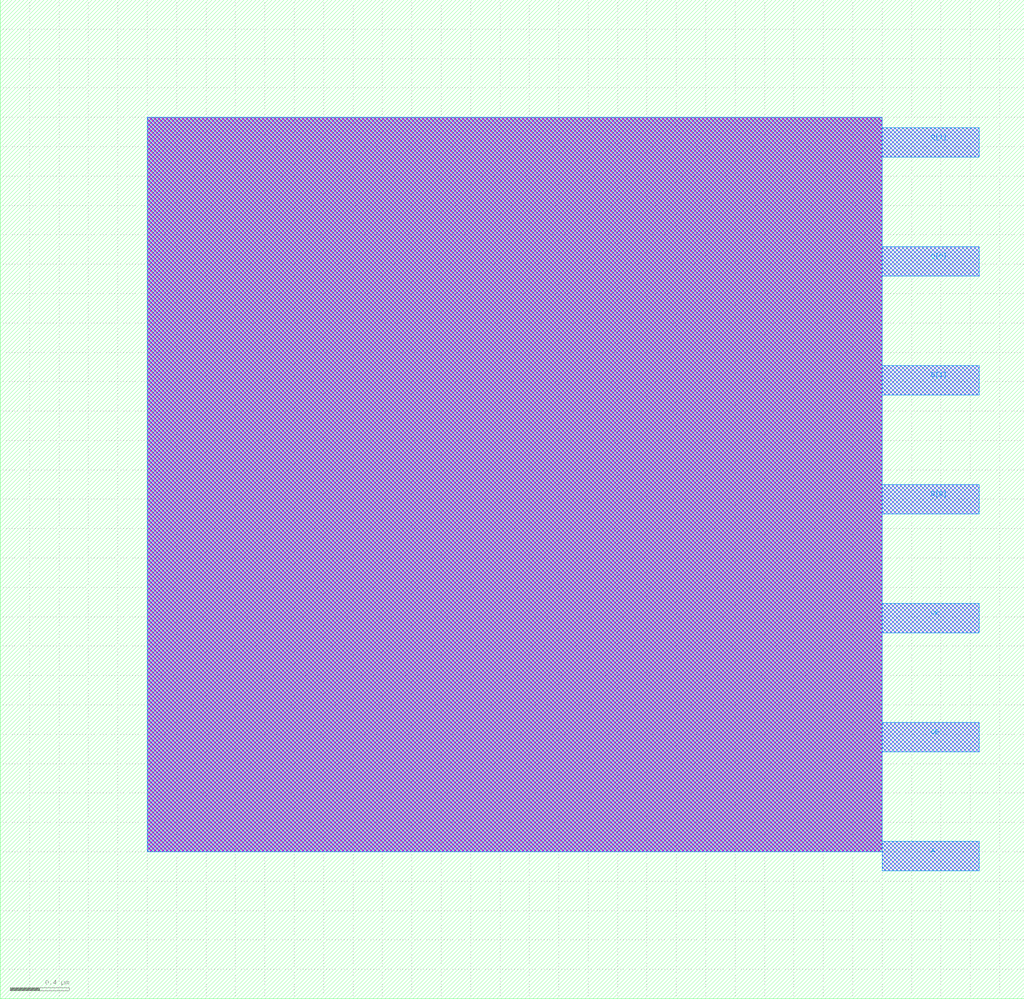
<source format=lef>
VERSION 5.8 ;

BUSBITCHARS "[]" ;

DIVIDERCHAR "/" ;

UNITS
    DATABASE MICRONS 2000 ;
END UNITS

MANUFACTURINGGRID 0.000500 ;

CLEARANCEMEASURE EUCLIDEAN ;
USEMINSPACING OBS ON ;

SITE CoreSite
    CLASS CORE ;
    SIZE 0.200000 BY 1.710000 ; 
END CoreSite

LAYER Metal1
    TYPE ROUTING ;
    DIRECTION HORIZONTAL ;
    MINWIDTH 0.060000 ;
    AREA 0.020000 ;
    WIDTH 0.060000 ;
    SPACING 0.060000 ;
    SPACING 0.090000 ENDOFLINE 0.090000 WITHIN 0.025000 ;
    SPACINGTABLE
    PARALLELRUNLENGTH
                       0.000000
      WIDTH  0.000000  0.060000
      WIDTH  0.100000  0.100000
      WIDTH  0.750000  0.250000
      WIDTH  1.500000  0.450000 ;
    PITCH 0.190000 0.190000 ;
END Metal1

LAYER Via1
    TYPE CUT ;
    SPACING 0.070000 ;
    WIDTH 0.06 ;
END Via1

LAYER Metal2
    TYPE ROUTING ;
    DIRECTION VERTICAL ;
    MINWIDTH 0.070000 ;
    AREA 0.020000 ;
    WIDTH 0.070000 ;
    SPACING 0.070000 ;
    SPACING 0.100000 ENDOFLINE 0.100000 WITHIN 0.035000 ;
    SPACINGTABLE
    PARALLELRUNLENGTH
                       0.000000
      WIDTH  0.000000  0.070000
      WIDTH  0.100000  0.150000
      WIDTH  0.750000  0.250000
      WIDTH  1.500000  0.450000 ;
    PITCH 0.200000 0.200000 ;
END Metal2

LAYER Via2
    TYPE CUT ;
    SPACING 0.070000 ;
    WIDTH 0.07 ;
END Via2

LAYER Metal3
    TYPE ROUTING ;
    DIRECTION HORIZONTAL ;
    MINWIDTH 0.070000 ;
    AREA 0.020000 ;
    WIDTH 0.070000 ;
    SPACING 0.070000 ;
    SPACING 0.100000 ENDOFLINE 0.100000 WITHIN 0.035000 ;
    SPACINGTABLE
    PARALLELRUNLENGTH
                       0.000000
      WIDTH  0.000000  0.070000
      WIDTH  0.100000  0.150000
      WIDTH  0.750000  0.250000
      WIDTH  1.500000  0.450000 ;
    PITCH 0.200000 0.200000 ;
END Metal3

LAYER Via3
    TYPE CUT ;
    SPACING 0.070000 ;
    WIDTH 0.07 ;
END Via3

LAYER Metal4
    TYPE ROUTING ;
    DIRECTION VERTICAL ;
    MINWIDTH 0.070000 ;
    AREA 0.020000 ;
    WIDTH 0.070000 ;
    SPACING 0.070000 ;
    SPACING 0.100000 ENDOFLINE 0.100000 WITHIN 0.035000 ;
    SPACINGTABLE
    PARALLELRUNLENGTH
                       0.000000
      WIDTH  0.000000  0.070000
      WIDTH  0.100000  0.150000
      WIDTH  0.750000  0.250000
      WIDTH  1.500000  0.450000 ;
    PITCH 0.200000 0.200000 ;
END Metal4

LAYER Via4
    TYPE CUT ;
    SPACING 0.070000 ;
    WIDTH 0.07 ;
END Via4

LAYER Metal5
    TYPE ROUTING ;
    DIRECTION HORIZONTAL ;
    MINWIDTH 0.070000 ;
    AREA 0.020000 ;
    WIDTH 0.070000 ;
    SPACING 0.070000 ;
    SPACING 0.100000 ENDOFLINE 0.100000 WITHIN 0.035000 ;
    SPACINGTABLE
    PARALLELRUNLENGTH
                       0.000000
      WIDTH  0.000000  0.070000
      WIDTH  0.100000  0.150000
      WIDTH  0.750000  0.250000
      WIDTH  1.500000  0.450000 ;
    PITCH 0.200000 0.200000 ;
END Metal5

LAYER Via5
    TYPE CUT ;
    SPACING 0.070000 ;
    WIDTH 0.07 ;
END Via5

LAYER Metal6
    TYPE ROUTING ;
    DIRECTION VERTICAL ;
    MINWIDTH 0.070000 ;
    AREA 0.020000 ;
    WIDTH 0.070000 ;
    SPACING 0.070000 ;
    SPACING 0.100000 ENDOFLINE 0.100000 WITHIN 0.035000 ;
    SPACINGTABLE
    PARALLELRUNLENGTH
                       0.000000
      WIDTH  0.000000  0.070000
      WIDTH  0.100000  0.150000
      WIDTH  0.750000  0.250000
      WIDTH  1.500000  0.450000 ;
    PITCH 0.200000 0.200000 ;
END Metal6

LAYER Via6
    TYPE CUT ;
    SPACING 0.070000 ;
    WIDTH 0.07 ;
END Via6

LAYER Metal7
    TYPE ROUTING ;
    DIRECTION HORIZONTAL ;
    MINWIDTH 0.070000 ;
    AREA 0.020000 ;
    WIDTH 0.070000 ;
    SPACING 0.070000 ;
    SPACING 0.100000 ENDOFLINE 0.100000 WITHIN 0.035000 ;
    SPACINGTABLE
    PARALLELRUNLENGTH
                       0.000000
      WIDTH  0.000000  0.070000
      WIDTH  0.100000  0.150000
      WIDTH  0.750000  0.250000
      WIDTH  1.500000  0.450000 ;
    PITCH 0.200000 0.200000 ;
END Metal7

LAYER Via7
    TYPE CUT ;
    SPACING 0.070000 ;
    WIDTH 0.07 ;
END Via7

LAYER Metal8
    TYPE ROUTING ;
    DIRECTION VERTICAL ;
    MINWIDTH 0.070000 ;
    AREA 0.020000 ;
    WIDTH 0.070000 ;
    SPACING 0.070000 ;
    SPACING 0.100000 ENDOFLINE 0.100000 WITHIN 0.035000 ;
    SPACINGTABLE
    PARALLELRUNLENGTH
                       0.000000
      WIDTH  0.000000  0.070000
      WIDTH  0.100000  0.150000
      WIDTH  0.750000  0.250000
      WIDTH  1.500000  0.450000 ;
    PITCH 0.200000 0.200000 ;
END Metal8

LAYER Via8
    TYPE CUT ;
    SPACING 0.070000 ;
    WIDTH 0.07 ;
END Via8

LAYER Metal9
    TYPE ROUTING ;
    DIRECTION HORIZONTAL ;
    MINWIDTH 0.070000 ;
    AREA 0.020000 ;
    WIDTH 0.070000 ;
    SPACING 0.070000 ;
    SPACING 0.100000 ENDOFLINE 0.100000 WITHIN 0.035000 ;
    SPACINGTABLE
    PARALLELRUNLENGTH
                       0.000000
      WIDTH  0.000000  0.070000
      WIDTH  0.100000  0.150000
      WIDTH  0.750000  0.250000
      WIDTH  1.500000  0.450000 ;
    PITCH 0.330000 0.330000 ;
END Metal9

LAYER OVERLAP
    TYPE OVERLAP ;
END OVERLAP

VIA VIA12_1C DEFAULT 
    LAYER Metal1 ;
        RECT -0.065000 -0.035000 0.065000 0.035000 ;
    LAYER Via1 ;
        RECT -0.035000 -0.035000 0.035000 0.035000 ;
    LAYER Metal2 ;
        RECT -0.035000 -0.065000 0.035000 0.065000 ;
END VIA12_1C

VIA VIA12_1C_H DEFAULT 
    LAYER Metal1 ;
        RECT -0.065000 -0.035000 0.065000 0.035000 ;
    LAYER Via1 ;
        RECT -0.035000 -0.035000 0.035000 0.035000 ;
    LAYER Metal2 ;
        RECT -0.065000 -0.035000 0.065000 0.035000 ;
END VIA12_1C_H

VIA VIA12_1C_V DEFAULT 
    LAYER Metal1 ;
        RECT -0.035000 -0.065000 0.035000 0.065000 ;
    LAYER Via1 ;
        RECT -0.035000 -0.035000 0.035000 0.035000 ;
    LAYER Metal2 ;
        RECT -0.035000 -0.065000 0.035000 0.065000 ;
END VIA12_1C_V

VIA VIA23_1C DEFAULT 
    LAYER Metal2 ;
        RECT -0.035000 -0.065000 0.035000 0.065000 ;
    LAYER Via2 ;
        RECT -0.035000 -0.035000 0.035000 0.035000 ;
    LAYER Metal3 ;
        RECT -0.065000 -0.035000 0.065000 0.035000 ;
END VIA23_1C

VIA VIA23_1C_H DEFAULT 
    LAYER Metal2 ;
        RECT -0.065000 -0.035000 0.065000 0.035000 ;
    LAYER Via2 ;
        RECT -0.035000 -0.035000 0.035000 0.035000 ;
    LAYER Metal3 ;
        RECT -0.065000 -0.035000 0.065000 0.035000 ;
END VIA23_1C_H

VIA VIA23_1C_V DEFAULT 
    LAYER Metal2 ;
        RECT -0.035000 -0.065000 0.035000 0.065000 ;
    LAYER Via2 ;
        RECT -0.035000 -0.035000 0.035000 0.035000 ;
    LAYER Metal3 ;
        RECT -0.035000 -0.065000 0.035000 0.065000 ;
END VIA23_1C_V

VIA VIA23_1ST_N DEFAULT 
    LAYER Metal2 ;
        RECT -0.035000 -0.065000 0.035000 0.325000 ;
    LAYER Via2 ;
        RECT -0.035000 -0.035000 0.035000 0.035000 ;
    LAYER Metal3 ;
        RECT -0.065000 -0.035000 0.065000 0.035000 ;
END VIA23_1ST_N

VIA VIA23_1ST_S DEFAULT 
    LAYER Metal2 ;
        RECT -0.035000 -0.325000 0.035000 0.065000 ;
    LAYER Via2 ;
        RECT -0.035000 -0.035000 0.035000 0.035000 ;
    LAYER Metal3 ;
        RECT -0.065000 -0.035000 0.065000 0.035000 ;
END VIA23_1ST_S

VIA VIA34_1C DEFAULT 
    LAYER Metal3 ;
        RECT -0.065000 -0.035000 0.065000 0.035000 ;
    LAYER Via3 ;
        RECT -0.035000 -0.035000 0.035000 0.035000 ;
    LAYER Metal4 ;
        RECT -0.035000 -0.065000 0.035000 0.065000 ;
END VIA34_1C

VIA VIA34_1C_H DEFAULT 
    LAYER Metal3 ;
        RECT -0.065000 -0.035000 0.065000 0.035000 ;
    LAYER Via3 ;
        RECT -0.035000 -0.035000 0.035000 0.035000 ;
    LAYER Metal4 ;
        RECT -0.065000 -0.035000 0.065000 0.035000 ;
END VIA34_1C_H

VIA VIA34_1C_V DEFAULT 
    LAYER Metal3 ;
        RECT -0.035000 -0.065000 0.035000 0.065000 ;
    LAYER Via3 ;
        RECT -0.035000 -0.035000 0.035000 0.035000 ;
    LAYER Metal4 ;
        RECT -0.035000 -0.065000 0.035000 0.065000 ;
END VIA34_1C_V

VIA VIA34_1ST_E DEFAULT 
    LAYER Metal3 ;
        RECT -0.065000 -0.035000 0.325000 0.035000 ;
    LAYER Via3 ;
        RECT -0.035000 -0.035000 0.035000 0.035000 ;
    LAYER Metal4 ;
        RECT -0.035000 -0.065000 0.035000 0.065000 ;
END VIA34_1ST_E

VIA VIA34_1ST_W DEFAULT 
    LAYER Metal3 ;
        RECT -0.325000 -0.035000 0.065000 0.035000 ;
    LAYER Via3 ;
        RECT -0.035000 -0.035000 0.035000 0.035000 ;
    LAYER Metal4 ;
        RECT -0.035000 -0.065000 0.035000 0.065000 ;
END VIA34_1ST_W

VIA VIA45_1C DEFAULT 
    LAYER Metal4 ;
        RECT -0.035000 -0.065000 0.035000 0.065000 ;
    LAYER Via4 ;
        RECT -0.035000 -0.035000 0.035000 0.035000 ;
    LAYER Metal5 ;
        RECT -0.065000 -0.035000 0.065000 0.035000 ;
END VIA45_1C

VIA VIA45_1C_H DEFAULT 
    LAYER Metal4 ;
        RECT -0.065000 -0.035000 0.065000 0.035000 ;
    LAYER Via4 ;
        RECT -0.035000 -0.035000 0.035000 0.035000 ;
    LAYER Metal5 ;
        RECT -0.065000 -0.035000 0.065000 0.035000 ;
END VIA45_1C_H

VIA VIA45_1C_V DEFAULT 
    LAYER Metal4 ;
        RECT -0.035000 -0.065000 0.035000 0.065000 ;
    LAYER Via4 ;
        RECT -0.035000 -0.035000 0.035000 0.035000 ;
    LAYER Metal5 ;
        RECT -0.035000 -0.065000 0.035000 0.065000 ;
END VIA45_1C_V

VIA VIA45_1ST_N DEFAULT 
    LAYER Metal4 ;
        RECT -0.035000 -0.065000 0.035000 0.325000 ;
    LAYER Via4 ;
        RECT -0.035000 -0.035000 0.035000 0.035000 ;
    LAYER Metal5 ;
        RECT -0.065000 -0.035000 0.065000 0.035000 ;
END VIA45_1ST_N

VIA VIA45_1ST_S DEFAULT 
    LAYER Metal4 ;
        RECT -0.035000 -0.325000 0.035000 0.065000 ;
    LAYER Via4 ;
        RECT -0.035000 -0.035000 0.035000 0.035000 ;
    LAYER Metal5 ;
        RECT -0.065000 -0.035000 0.065000 0.035000 ;
END VIA45_1ST_S

VIA VIA5_0_VH DEFAULT 
    LAYER Metal5 ;
        RECT -0.035000 -0.065000 0.035000 0.065000 ;
    LAYER Via5 ;
        RECT -0.035000 -0.035000 0.035000 0.035000 ;
    LAYER Metal6 ;
        RECT -0.065000 -0.035000 0.065000 0.035000 ;
END VIA5_0_VH

VIA VIA6_0_HV DEFAULT 
    LAYER Metal6 ;
        RECT -0.260000 -0.200000 0.260000 0.200000 ;
    LAYER Via6 ;
        RECT -0.180000 -0.180000 0.180000 0.180000 ;
    LAYER Metal7 ;
        RECT -0.200000 -0.260000 0.200000 0.260000 ;
END VIA6_0_HV

VIA VIA7_0_VH DEFAULT 
    LAYER Metal7 ;
        RECT -0.200000 -0.260000 0.200000 0.260000 ;
    LAYER Via7 ;
        RECT -0.180000 -0.180000 0.180000 0.180000 ;
    LAYER Metal8 ;
        RECT -0.260000 -0.200000 0.260000 0.200000 ;
END VIA7_0_VH

VIA VIA8_0_VH DEFAULT 
    LAYER Metal8 ;
        RECT -0.200000 -0.260000 0.200000 0.260000 ;
    LAYER Via8 ;
        RECT -0.180000 -0.180000 0.180000 0.180000 ;
    LAYER Metal9 ;
        RECT -0.260000 -0.200000 0.260000 0.200000 ;
END VIA8_0_VH


MACRO AOI221X2
    CLASS CORE ;
    FOREIGN AOI221X2 0.000000 0.000000 ;
    ORIGIN 0.000000 0.000000 ;
    SIZE 2.600000 BY 1.710000 ;
    SYMMETRY X Y ;
    SITE CoreSite ; 
    PIN A0
        DIRECTION INPUT ;
        USE SIGNAL ;
        PORT
        LAYER Metal1 ;
        RECT 0.235000 0.625000 0.365000 0.715000 ;
        RECT 0.285000 0.610000 0.960000 0.690000 ;
        RECT 0.285000 0.610000 0.365000 0.715000 ;
        RECT 0.235000 0.625000 0.960000 0.690000 ;
        END
    END A0
    PIN A1
        DIRECTION INPUT ;
        USE SIGNAL ;
        PORT
        LAYER Metal1 ;
        RECT 0.660000 0.765000 0.740000 1.065000 ;
        END
    END A1
    PIN B0
        DIRECTION INPUT ;
        USE SIGNAL ;
        PORT
        LAYER Metal1 ;
        RECT 1.635000 0.625000 1.765000 0.715000 ;
        RECT 1.240000 0.635000 1.935000 0.715000 ;
        END
    END B0
    PIN B1
        DIRECTION INPUT ;
        USE SIGNAL ;
        PORT
        LAYER Metal1 ;
        RECT 1.435000 0.815000 1.935000 0.895000 ;
        END
    END B1
    PIN C0
        DIRECTION INPUT ;
        USE SIGNAL ;
        PORT
        LAYER Metal1 ;
        RECT 2.065000 0.815000 2.565000 0.895000 ;
        END
    END C0
    PIN VDD
        DIRECTION INOUT ;
        SHAPE ABUTMENT ;
        USE POWER ;
        PORT
        LAYER Metal1 ;
        RECT 0.000000 1.650000 2.600000 1.710000 ;
        END
    END VDD
    PIN VSS
        DIRECTION INOUT ;
        SHAPE ABUTMENT ;
        USE GROUND ;
        PORT
        LAYER Metal1 ;
        RECT 0.000000 0.000000 2.600000 0.060000 ;
        END
    END VSS
    PIN Y
        DIRECTION OUTPUT ;
        USE SIGNAL ;
        PORT
        LAYER Metal1 ;
        RECT 1.060000 0.790000 1.140000 0.920000 ;
        RECT 2.220000 0.995000 2.280000 1.135000 ;
        RECT 1.080000 0.995000 2.280000 1.055000 ;
        RECT 1.080000 0.450000 1.140000 1.055000 ;
        RECT 0.605000 0.450000 2.170000 0.510000 ;
        END
    END Y
END AOI221X2

MACRO NAND3X2
    CLASS CORE ;
    FOREIGN NAND3X2 0.000000 0.000000 ;
    ORIGIN 0.000000 0.000000 ;
    SIZE 1.600000 BY 1.710000 ;
    SYMMETRY X Y ;
    SITE CoreSite ; 
    PIN A
        DIRECTION INPUT ;
        USE SIGNAL ;
        PORT
        LAYER Metal1 ;
        RECT 0.260000 0.600000 0.370000 0.735000 ;
        RECT 1.240000 0.495000 1.300000 0.735000 ;
        RECT 0.310000 0.495000 1.300000 0.555000 ;
        RECT 0.310000 0.495000 0.370000 0.735000 ;
        END
    END A
    PIN B
        DIRECTION INPUT ;
        USE SIGNAL ;
        PORT
        LAYER Metal1 ;
        RECT 1.060000 0.655000 1.140000 0.920000 ;
        RECT 0.470000 0.655000 1.140000 0.715000 ;
        END
    END B
    PIN C
        DIRECTION INPUT ;
        USE SIGNAL ;
        PORT
        LAYER Metal1 ;
        RECT 0.520000 0.815000 0.765000 0.955000 ;
        RECT 0.520000 0.815000 0.960000 0.895000 ;
        END
    END C
    PIN VDD
        DIRECTION INOUT ;
        SHAPE ABUTMENT ;
        USE POWER ;
        PORT
        LAYER Metal1 ;
        RECT 0.000000 1.650000 1.600000 1.710000 ;
        END
    END VDD
    PIN VSS
        DIRECTION INOUT ;
        SHAPE ABUTMENT ;
        USE GROUND ;
        PORT
        LAYER Metal1 ;
        RECT 0.000000 0.000000 1.600000 0.060000 ;
        END
    END VSS
    PIN Y
        DIRECTION OUTPUT ;
        USE SIGNAL ;
        PORT
        LAYER Metal1 ;
        RECT 1.435000 1.005000 1.565000 1.115000 ;
        RECT 0.360000 1.055000 0.430000 1.335000 ;
        RECT 1.505000 0.335000 1.565000 1.115000 ;
        RECT 1.190000 1.055000 1.250000 1.335000 ;
        RECT 0.795000 0.335000 1.565000 0.395000 ;
        RECT 0.780000 1.055000 0.840000 1.335000 ;
        RECT 0.360000 1.055000 1.565000 1.115000 ;
        END
    END Y
END NAND3X2

MACRO AOI222X1
    CLASS CORE ;
    FOREIGN AOI222X1 0.000000 0.000000 ;
    ORIGIN 0.000000 0.000000 ;
    SIZE 1.800000 BY 1.710000 ;
    SYMMETRY X Y ;
    SITE CoreSite ; 
    PIN A0
        DIRECTION INPUT ;
        USE SIGNAL ;
        PORT
        LAYER Metal1 ;
        RECT 0.260000 0.490000 0.340000 0.990000 ;
        END
    END A0
    PIN A1
        DIRECTION INPUT ;
        USE SIGNAL ;
        PORT
        LAYER Metal1 ;
        RECT 0.460000 0.220000 0.545000 0.715000 ;
        END
    END A1
    PIN B0
        DIRECTION INPUT ;
        USE SIGNAL ;
        PORT
        LAYER Metal1 ;
        RECT 0.880000 0.860000 1.095000 1.100000 ;
        RECT 0.860000 0.755000 0.940000 0.920000 ;
        RECT 0.880000 0.755000 0.940000 1.100000 ;
        RECT 0.860000 0.860000 1.095000 0.920000 ;
        END
    END B0
    PIN B1
        DIRECTION INPUT ;
        USE SIGNAL ;
        PORT
        LAYER Metal1 ;
        RECT 0.660000 0.620000 0.760000 0.920000 ;
        RECT 0.680000 0.620000 0.760000 1.100000 ;
        END
    END B1
    PIN C0
        DIRECTION INPUT ;
        USE SIGNAL ;
        PORT
        LAYER Metal1 ;
        RECT 1.195000 0.790000 1.340000 0.920000 ;
        RECT 1.195000 0.790000 1.275000 1.225000 ;
        END
    END C0
    PIN C1
        DIRECTION INPUT ;
        USE SIGNAL ;
        PORT
        LAYER Metal1 ;
        RECT 1.440000 0.620000 1.540000 1.100000 ;
        END
    END C1
    PIN VDD
        DIRECTION INOUT ;
        SHAPE ABUTMENT ;
        USE POWER ;
        PORT
        LAYER Metal1 ;
        RECT 0.000000 1.650000 1.800000 1.710000 ;
        END
    END VDD
    PIN VSS
        DIRECTION INOUT ;
        SHAPE ABUTMENT ;
        USE GROUND ;
        PORT
        LAYER Metal1 ;
        RECT 0.000000 0.000000 1.800000 0.060000 ;
        END
    END VSS
    PIN Y
        DIRECTION OUTPUT ;
        USE SIGNAL ;
        PORT
        LAYER Metal1 ;
        RECT 1.450000 0.410000 1.720000 0.520000 ;
        RECT 1.660000 0.980000 1.740000 1.260000 ;
        RECT 1.660000 0.410000 1.720000 1.260000 ;
        RECT 1.375000 1.200000 1.740000 1.260000 ;
        RECT 1.375000 1.200000 1.435000 1.320000 ;
        RECT 0.760000 0.460000 1.720000 0.520000 ;
        RECT 0.760000 0.380000 0.820000 0.520000 ;
        END
    END Y
END AOI222X1

MACRO NOR4X4
    CLASS CORE ;
    FOREIGN NOR4X4 0.000000 0.000000 ;
    ORIGIN 0.000000 0.000000 ;
    SIZE 3.800000 BY 1.710000 ;
    SYMMETRY X Y ;
    SITE CoreSite ; 
    PIN A
        DIRECTION INPUT ;
        USE SIGNAL ;
        PORT
        LAYER Metal1 ;
        RECT 0.860000 0.755000 0.940000 0.950000 ;
        RECT 0.350000 0.870000 0.940000 0.950000 ;
        END
    END A
    PIN B
        DIRECTION INPUT ;
        USE SIGNAL ;
        PORT
        LAYER Metal1 ;
        RECT 1.725000 0.755000 1.805000 0.895000 ;
        RECT 1.240000 0.815000 1.805000 0.895000 ;
        END
    END B
    PIN C
        DIRECTION INPUT ;
        USE SIGNAL ;
        PORT
        LAYER Metal1 ;
        RECT 2.435000 0.775000 2.570000 0.895000 ;
        RECT 2.110000 0.815000 2.570000 0.895000 ;
        END
    END C
    PIN D
        DIRECTION INPUT ;
        USE SIGNAL ;
        PORT
        LAYER Metal1 ;
        RECT 3.105000 0.775000 3.185000 0.895000 ;
        RECT 2.835000 0.815000 3.420000 0.895000 ;
        END
    END D
    PIN VDD
        DIRECTION INOUT ;
        SHAPE ABUTMENT ;
        USE POWER ;
        PORT
        LAYER Metal1 ;
        RECT 0.000000 1.650000 3.800000 1.710000 ;
        END
    END VDD
    PIN VSS
        DIRECTION INOUT ;
        SHAPE ABUTMENT ;
        USE GROUND ;
        PORT
        LAYER Metal1 ;
        RECT 0.000000 0.000000 3.800000 0.060000 ;
        END
    END VSS
    PIN Y
        DIRECTION OUTPUT ;
        USE SIGNAL ;
        PORT
        LAYER Metal1 ;
        RECT 1.060000 0.790000 1.140000 0.920000 ;
        RECT 3.460000 0.515000 3.520000 0.655000 ;
        RECT 3.405000 0.995000 3.465000 1.135000 ;
        RECT 3.050000 0.515000 3.110000 0.655000 ;
        RECT 2.995000 0.995000 3.055000 1.135000 ;
        RECT 2.640000 0.515000 2.700000 0.655000 ;
        RECT 2.230000 0.515000 2.290000 0.655000 ;
        RECT 1.820000 0.515000 1.880000 0.655000 ;
        RECT 1.410000 0.515000 1.470000 0.655000 ;
        RECT 1.080000 0.995000 3.465000 1.055000 ;
        RECT 1.080000 0.595000 1.140000 1.055000 ;
        RECT 1.000000 0.515000 1.060000 0.655000 ;
        RECT 0.590000 0.595000 3.520000 0.655000 ;
        RECT 0.590000 0.515000 0.650000 0.655000 ;
        END
    END Y
END NOR4X4

MACRO NOR4X2
    CLASS CORE ;
    FOREIGN NOR4X2 0.000000 0.000000 ;
    ORIGIN 0.000000 0.000000 ;
    SIZE 2.000000 BY 1.710000 ;
    SYMMETRY X Y ;
    SITE CoreSite ; 
    PIN A
        DIRECTION INPUT ;
        USE SIGNAL ;
        PORT
        LAYER Metal1 ;
        RECT 1.660000 0.980000 1.740000 1.185000 ;
        RECT 1.680000 0.820000 1.740000 1.185000 ;
        RECT 0.260000 1.125000 1.740000 1.185000 ;
        RECT 0.260000 0.820000 0.320000 1.185000 ;
        END
    END A
    PIN B
        DIRECTION INPUT ;
        USE SIGNAL ;
        PORT
        LAYER Metal1 ;
        RECT 0.460000 0.790000 0.540000 0.920000 ;
        RECT 1.435000 0.845000 1.495000 1.025000 ;
        RECT 0.480000 0.965000 1.495000 1.025000 ;
        RECT 0.480000 0.790000 0.540000 1.025000 ;
        RECT 0.420000 0.835000 0.540000 0.895000 ;
        END
    END B
    PIN C
        DIRECTION INPUT ;
        USE SIGNAL ;
        PORT
        LAYER Metal1 ;
        RECT 1.275000 0.625000 1.565000 0.705000 ;
        RECT 1.275000 0.625000 1.335000 0.865000 ;
        RECT 0.640000 0.805000 1.335000 0.865000 ;
        END
    END C
    PIN D
        DIRECTION INPUT ;
        USE SIGNAL ;
        PORT
        LAYER Metal1 ;
        RECT 0.640000 0.625000 1.140000 0.705000 ;
        END
    END D
    PIN VDD
        DIRECTION INOUT ;
        SHAPE ABUTMENT ;
        USE POWER ;
        PORT
        LAYER Metal1 ;
        RECT 0.000000 1.650000 2.000000 1.710000 ;
        END
    END VDD
    PIN VSS
        DIRECTION INOUT ;
        SHAPE ABUTMENT ;
        USE GROUND ;
        PORT
        LAYER Metal1 ;
        RECT 0.000000 0.000000 2.000000 0.060000 ;
        END
    END VSS
    PIN Y
        DIRECTION OUTPUT ;
        USE SIGNAL ;
        PORT
        LAYER Metal1 ;
        RECT 1.860000 1.170000 1.940000 1.345000 ;
        RECT 1.595000 0.445000 1.715000 0.525000 ;
        RECT 1.155000 0.445000 1.275000 0.525000 ;
        RECT 0.715000 0.445000 0.835000 0.525000 ;
        RECT 1.880000 0.465000 1.940000 1.345000 ;
        RECT 1.010000 1.285000 1.940000 1.345000 ;
        RECT 0.345000 0.465000 1.940000 0.525000 ;
        RECT 0.275000 0.445000 0.395000 0.505000 ;
        END
    END Y
END NOR4X2

MACRO NAND4X2
    CLASS CORE ;
    FOREIGN NAND4X2 0.000000 0.000000 ;
    ORIGIN 0.000000 0.000000 ;
    SIZE 2.200000 BY 1.710000 ;
    SYMMETRY X Y ;
    SITE CoreSite ; 
    PIN A
        DIRECTION INPUT ;
        USE SIGNAL ;
        PORT
        LAYER Metal1 ;
        RECT 1.860000 0.820000 1.940000 1.185000 ;
        RECT 0.260000 1.125000 1.940000 1.185000 ;
        RECT 0.260000 0.820000 0.320000 1.185000 ;
        END
    END A
    PIN B
        DIRECTION INPUT ;
        USE SIGNAL ;
        PORT
        LAYER Metal1 ;
        RECT 0.460000 0.790000 0.540000 0.920000 ;
        RECT 1.600000 0.845000 1.660000 1.025000 ;
        RECT 0.480000 0.965000 1.660000 1.025000 ;
        RECT 0.480000 0.790000 0.540000 1.025000 ;
        RECT 0.420000 0.835000 0.540000 0.895000 ;
        END
    END B
    PIN C
        DIRECTION INPUT ;
        USE SIGNAL ;
        PORT
        LAYER Metal1 ;
        RECT 1.235000 0.625000 1.395000 0.705000 ;
        RECT 1.335000 0.625000 1.395000 0.865000 ;
        RECT 0.685000 0.805000 1.395000 0.865000 ;
        END
    END C
    PIN D
        DIRECTION INPUT ;
        USE SIGNAL ;
        PORT
        LAYER Metal1 ;
        RECT 0.860000 0.625000 1.135000 0.705000 ;
        RECT 0.860000 0.400000 0.940000 0.705000 ;
        END
    END D
    PIN VDD
        DIRECTION INOUT ;
        SHAPE ABUTMENT ;
        USE POWER ;
        PORT
        LAYER Metal1 ;
        RECT 0.000000 1.650000 2.200000 1.710000 ;
        END
    END VDD
    PIN VSS
        DIRECTION INOUT ;
        SHAPE ABUTMENT ;
        USE GROUND ;
        PORT
        LAYER Metal1 ;
        RECT 0.000000 0.000000 2.200000 0.060000 ;
        END
    END VSS
    PIN Y
        DIRECTION OUTPUT ;
        USE SIGNAL ;
        PORT
        LAYER Metal1 ;
        RECT 2.060000 1.170000 2.140000 1.345000 ;
        RECT 2.060000 0.465000 2.120000 1.345000 ;
        RECT 1.730000 1.285000 1.790000 1.405000 ;
        RECT 1.260000 1.285000 1.320000 1.405000 ;
        RECT 1.185000 0.465000 2.120000 0.525000 ;
        RECT 1.070000 0.445000 1.235000 0.505000 ;
        RECT 0.790000 1.285000 0.850000 1.405000 ;
        RECT 0.320000 1.285000 2.140000 1.345000 ;
        RECT 0.320000 1.285000 0.380000 1.405000 ;
        END
    END Y
END NAND4X2

MACRO BUFX3
    CLASS CORE ;
    FOREIGN BUFX3 0.000000 0.000000 ;
    ORIGIN 0.000000 0.000000 ;
    SIZE 1.200000 BY 1.710000 ;
    SYMMETRY X Y ;
    SITE CoreSite ; 
    PIN A
        DIRECTION INPUT ;
        USE SIGNAL ;
        PORT
        LAYER Metal1 ;
        RECT 0.860000 0.720000 0.940000 1.220000 ;
        END
    END A
    PIN VDD
        DIRECTION INOUT ;
        SHAPE ABUTMENT ;
        USE POWER ;
        PORT
        LAYER Metal1 ;
        RECT 0.000000 1.650000 1.200000 1.710000 ;
        END
    END VDD
    PIN VSS
        DIRECTION INOUT ;
        SHAPE ABUTMENT ;
        USE GROUND ;
        PORT
        LAYER Metal1 ;
        RECT 0.000000 0.000000 1.200000 0.060000 ;
        END
    END VSS
    PIN Y
        DIRECTION OUTPUT ;
        USE SIGNAL ;
        PORT
        LAYER Metal1 ;
        RECT 0.260000 0.980000 0.340000 1.110000 ;
        RECT 0.625000 1.050000 0.685000 1.440000 ;
        RECT 0.585000 0.345000 0.645000 0.465000 ;
        RECT 0.540000 0.405000 0.645000 0.465000 ;
        RECT 0.540000 0.405000 0.600000 0.620000 ;
        RECT 0.260000 0.560000 0.320000 1.110000 ;
        RECT 0.215000 1.050000 0.685000 1.110000 ;
        RECT 0.215000 1.050000 0.275000 1.440000 ;
        RECT 0.175000 0.560000 0.600000 0.620000 ;
        RECT 0.175000 0.480000 0.235000 0.620000 ;
        END
    END Y
END BUFX3

MACRO AOI22X2
    CLASS CORE ;
    FOREIGN AOI22X2 0.000000 0.000000 ;
    ORIGIN 0.000000 0.000000 ;
    SIZE 2.200000 BY 1.710000 ;
    SYMMETRY X Y ;
    SITE CoreSite ; 
    PIN A0
        DIRECTION INPUT ;
        USE SIGNAL ;
        PORT
        LAYER Metal1 ;
        RECT 0.840000 0.635000 1.065000 0.715000 ;
        RECT 0.840000 0.575000 0.920000 0.715000 ;
        RECT 0.480000 0.575000 0.920000 0.655000 ;
        RECT 0.480000 0.575000 0.560000 0.705000 ;
        RECT 0.235000 0.625000 0.560000 0.705000 ;
        END
    END A0
    PIN A1
        DIRECTION INPUT ;
        USE SIGNAL ;
        PORT
        LAYER Metal1 ;
        RECT 0.655000 0.715000 0.745000 0.960000 ;
        END
    END A1
    PIN B0
        DIRECTION INPUT ;
        USE SIGNAL ;
        PORT
        LAYER Metal1 ;
        RECT 1.840000 0.580000 1.960000 0.895000 ;
        RECT 1.840000 0.815000 2.165000 0.895000 ;
        RECT 1.500000 0.580000 1.960000 0.640000 ;
        RECT 1.500000 0.580000 1.560000 0.715000 ;
        RECT 1.325000 0.655000 1.560000 0.715000 ;
        END
    END B0
    PIN B1
        DIRECTION INPUT ;
        USE SIGNAL ;
        PORT
        LAYER Metal1 ;
        RECT 1.660000 0.740000 1.740000 1.030000 ;
        END
    END B1
    PIN VDD
        DIRECTION INOUT ;
        SHAPE ABUTMENT ;
        USE POWER ;
        PORT
        LAYER Metal1 ;
        RECT 0.000000 1.650000 2.200000 1.710000 ;
        END
    END VDD
    PIN VSS
        DIRECTION INOUT ;
        SHAPE ABUTMENT ;
        USE GROUND ;
        PORT
        LAYER Metal1 ;
        RECT 0.000000 0.000000 2.200000 0.060000 ;
        END
    END VSS
    PIN Y
        DIRECTION OUTPUT ;
        USE SIGNAL ;
        PORT
        LAYER Metal1 ;
        RECT 1.035000 0.815000 1.225000 0.895000 ;
        RECT 1.840000 0.995000 1.900000 1.165000 ;
        RECT 1.430000 1.105000 1.900000 1.165000 ;
        RECT 1.430000 0.835000 1.490000 1.165000 ;
        RECT 1.165000 0.415000 1.225000 0.895000 ;
        RECT 1.035000 0.835000 1.490000 0.895000 ;
        RECT 0.710000 0.415000 1.685000 0.475000 ;
        END
    END Y
END AOI22X2

MACRO OR4X1
    CLASS CORE ;
    FOREIGN OR4X1 0.000000 0.000000 ;
    ORIGIN 0.000000 0.000000 ;
    SIZE 1.400000 BY 1.710000 ;
    SYMMETRY X Y ;
    SITE CoreSite ; 
    PIN A
        DIRECTION INPUT ;
        USE SIGNAL ;
        PORT
        LAYER Metal1 ;
        RECT 1.060000 0.475000 1.140000 0.765000 ;
        RECT 0.850000 0.685000 1.140000 0.765000 ;
        END
    END A
    PIN B
        DIRECTION INPUT ;
        USE SIGNAL ;
        PORT
        LAYER Metal1 ;
        RECT 0.460000 0.980000 0.590000 1.070000 ;
        RECT 0.510000 0.660000 0.590000 1.070000 ;
        RECT 0.460000 0.980000 0.540000 1.110000 ;
        END
    END B
    PIN C
        DIRECTION INPUT ;
        USE SIGNAL ;
        PORT
        LAYER Metal1 ;
        RECT 0.330000 0.590000 0.410000 0.870000 ;
        RECT 0.260000 0.790000 0.410000 0.870000 ;
        RECT 0.260000 0.790000 0.340000 1.020000 ;
        END
    END C
    PIN D
        DIRECTION INPUT ;
        USE SIGNAL ;
        PORT
        LAYER Metal1 ;
        RECT 0.060000 0.590000 0.160000 0.795000 ;
        RECT 0.030000 0.735000 0.120000 1.040000 ;
        RECT 0.060000 0.590000 0.120000 1.040000 ;
        RECT 0.030000 0.735000 0.160000 0.795000 ;
        END
    END D
    PIN VDD
        DIRECTION INOUT ;
        SHAPE ABUTMENT ;
        USE POWER ;
        PORT
        LAYER Metal1 ;
        RECT 0.000000 1.650000 1.400000 1.710000 ;
        END
    END VDD
    PIN VSS
        DIRECTION INOUT ;
        SHAPE ABUTMENT ;
        USE GROUND ;
        PORT
        LAYER Metal1 ;
        RECT 0.000000 0.000000 1.400000 0.060000 ;
        END
    END VSS
    PIN Y
        DIRECTION OUTPUT ;
        USE SIGNAL ;
        PORT
        LAYER Metal1 ;
        RECT 1.240000 0.410000 1.340000 0.540000 ;
        RECT 1.240000 0.395000 1.300000 1.385000 ;
        END
    END Y
END OR4X1

MACRO NAND3X1
    CLASS CORE ;
    FOREIGN NAND3X1 0.000000 0.000000 ;
    ORIGIN 0.000000 0.000000 ;
    SIZE 1.000000 BY 1.710000 ;
    SYMMETRY X Y ;
    SITE CoreSite ; 
    PIN A
        DIRECTION INPUT ;
        USE SIGNAL ;
        PORT
        LAYER Metal1 ;
        RECT 0.260000 0.600000 0.340000 1.100000 ;
        END
    END A
    PIN B
        DIRECTION INPUT ;
        USE SIGNAL ;
        PORT
        LAYER Metal1 ;
        RECT 0.480000 0.480000 0.560000 0.890000 ;
        RECT 0.460000 0.410000 0.540000 0.540000 ;
        RECT 0.480000 0.410000 0.540000 0.890000 ;
        RECT 0.460000 0.480000 0.560000 0.540000 ;
        END
    END B
    PIN C
        DIRECTION INPUT ;
        USE SIGNAL ;
        PORT
        LAYER Metal1 ;
        RECT 0.660000 0.600000 0.740000 1.100000 ;
        END
    END C
    PIN VDD
        DIRECTION INOUT ;
        SHAPE ABUTMENT ;
        USE POWER ;
        PORT
        LAYER Metal1 ;
        RECT 0.000000 1.650000 1.000000 1.710000 ;
        END
    END VDD
    PIN VSS
        DIRECTION INOUT ;
        SHAPE ABUTMENT ;
        USE GROUND ;
        PORT
        LAYER Metal1 ;
        RECT 0.000000 0.000000 1.000000 0.060000 ;
        END
    END VSS
    PIN Y
        DIRECTION OUTPUT ;
        USE SIGNAL ;
        PORT
        LAYER Metal1 ;
        RECT 0.860000 1.200000 0.940000 1.490000 ;
        RECT 0.860000 0.440000 0.920000 1.490000 ;
        RECT 0.745000 0.440000 0.920000 0.500000 ;
        RECT 0.745000 0.380000 0.805000 0.500000 ;
        RECT 0.425000 1.200000 0.940000 1.260000 ;
        RECT 0.425000 1.200000 0.485000 1.480000 ;
        END
    END Y
END NAND3X1

MACRO NOR2X1
    CLASS CORE ;
    FOREIGN NOR2X1 0.000000 0.000000 ;
    ORIGIN 0.000000 0.000000 ;
    SIZE 0.800000 BY 1.710000 ;
    SYMMETRY X Y ;
    SITE CoreSite ; 
    PIN A
        DIRECTION INPUT ;
        USE SIGNAL ;
        PORT
        LAYER Metal1 ;
        RECT 0.260000 0.570000 0.340000 1.070000 ;
        END
    END A
    PIN B
        DIRECTION INPUT ;
        USE SIGNAL ;
        PORT
        LAYER Metal1 ;
        RECT 0.460000 0.980000 0.560000 1.085000 ;
        RECT 0.480000 0.730000 0.560000 1.085000 ;
        RECT 0.460000 0.980000 0.540000 1.210000 ;
        RECT 0.480000 0.730000 0.540000 1.210000 ;
        END
    END B
    PIN VDD
        DIRECTION INOUT ;
        SHAPE ABUTMENT ;
        USE POWER ;
        PORT
        LAYER Metal1 ;
        RECT 0.000000 1.650000 0.800000 1.710000 ;
        END
    END VDD
    PIN VSS
        DIRECTION INOUT ;
        SHAPE ABUTMENT ;
        USE GROUND ;
        PORT
        LAYER Metal1 ;
        RECT 0.000000 0.000000 0.800000 0.060000 ;
        END
    END VSS
    PIN Y
        DIRECTION OUTPUT ;
        USE SIGNAL ;
        PORT
        LAYER Metal1 ;
        RECT 0.660000 0.600000 0.740000 0.730000 ;
        RECT 0.660000 0.570000 0.720000 1.290000 ;
        RECT 0.460000 0.570000 0.720000 0.630000 ;
        RECT 0.460000 0.490000 0.520000 0.630000 ;
        END
    END Y
END NOR2X1

MACRO AOI221X1
    CLASS CORE ;
    FOREIGN AOI221X1 0.000000 0.000000 ;
    ORIGIN 0.000000 0.000000 ;
    SIZE 1.800000 BY 1.710000 ;
    SYMMETRY X Y ;
    SITE CoreSite ; 
    PIN A0
        DIRECTION INPUT ;
        USE SIGNAL ;
        PORT
        LAYER Metal1 ;
        RECT 0.260000 0.450000 0.340000 0.950000 ;
        END
    END A0
    PIN A1
        DIRECTION INPUT ;
        USE SIGNAL ;
        PORT
        LAYER Metal1 ;
        RECT 0.460000 0.220000 0.540000 0.720000 ;
        END
    END A1
    PIN B0
        DIRECTION INPUT ;
        USE SIGNAL ;
        PORT
        LAYER Metal1 ;
        RECT 1.060000 0.580000 1.140000 1.080000 ;
        END
    END B0
    PIN B1
        DIRECTION INPUT ;
        USE SIGNAL ;
        PORT
        LAYER Metal1 ;
        RECT 0.860000 0.580000 0.940000 1.080000 ;
        END
    END B1
    PIN C0
        DIRECTION INPUT ;
        USE SIGNAL ;
        PORT
        LAYER Metal1 ;
        RECT 1.260000 0.650000 1.380000 0.730000 ;
        RECT 1.260000 0.580000 1.340000 1.040000 ;
        END
    END C0
    PIN VDD
        DIRECTION INOUT ;
        SHAPE ABUTMENT ;
        USE POWER ;
        PORT
        LAYER Metal1 ;
        RECT 0.000000 1.650000 1.800000 1.710000 ;
        END
    END VDD
    PIN VSS
        DIRECTION INOUT ;
        SHAPE ABUTMENT ;
        USE GROUND ;
        PORT
        LAYER Metal1 ;
        RECT 0.000000 0.000000 1.800000 0.060000 ;
        END
    END VSS
    PIN Y
        DIRECTION OUTPUT ;
        USE SIGNAL ;
        PORT
        LAYER Metal1 ;
        RECT 1.460000 0.220000 1.540000 0.480000 ;
        RECT 1.480000 0.220000 1.540000 1.460000 ;
        RECT 0.870000 0.420000 1.540000 0.480000 ;
        RECT 0.800000 0.400000 0.920000 0.460000 ;
        END
    END Y
END AOI221X1

MACRO NAND4X1
    CLASS CORE ;
    FOREIGN NAND4X1 0.000000 0.000000 ;
    ORIGIN 0.000000 0.000000 ;
    SIZE 1.200000 BY 1.710000 ;
    SYMMETRY X Y ;
    SITE CoreSite ; 
    PIN A
        DIRECTION INPUT ;
        USE SIGNAL ;
        PORT
        LAYER Metal1 ;
        RECT 0.230000 0.650000 0.340000 0.920000 ;
        RECT 0.030000 0.840000 0.340000 0.920000 ;
        END
    END A
    PIN B
        DIRECTION INPUT ;
        USE SIGNAL ;
        PORT
        LAYER Metal1 ;
        RECT 0.480000 0.460000 0.560000 0.890000 ;
        RECT 0.460000 0.460000 0.560000 0.540000 ;
        RECT 0.460000 0.410000 0.540000 0.540000 ;
        RECT 0.480000 0.410000 0.540000 0.890000 ;
        END
    END B
    PIN C
        DIRECTION INPUT ;
        USE SIGNAL ;
        PORT
        LAYER Metal1 ;
        RECT 0.660000 0.220000 0.740000 0.830000 ;
        END
    END C
    PIN D
        DIRECTION INPUT ;
        USE SIGNAL ;
        PORT
        LAYER Metal1 ;
        RECT 0.860000 0.410000 0.940000 0.910000 ;
        END
    END D
    PIN VDD
        DIRECTION INOUT ;
        SHAPE ABUTMENT ;
        USE POWER ;
        PORT
        LAYER Metal1 ;
        RECT 0.000000 1.650000 1.200000 1.710000 ;
        END
    END VDD
    PIN VSS
        DIRECTION INOUT ;
        SHAPE ABUTMENT ;
        USE GROUND ;
        PORT
        LAYER Metal1 ;
        RECT 0.000000 0.000000 1.200000 0.060000 ;
        END
    END VSS
    PIN Y
        DIRECTION OUTPUT ;
        USE SIGNAL ;
        PORT
        LAYER Metal1 ;
        RECT 1.040000 0.790000 1.140000 1.080000 ;
        RECT 1.040000 0.540000 1.100000 1.080000 ;
        RECT 0.790000 1.020000 0.850000 1.300000 ;
        RECT 0.370000 1.020000 1.140000 1.080000 ;
        RECT 0.370000 1.020000 0.430000 1.300000 ;
        END
    END Y
END NAND4X1

MACRO AOI22X1
    CLASS CORE ;
    FOREIGN AOI22X1 0.000000 0.000000 ;
    ORIGIN 0.000000 0.000000 ;
    SIZE 1.400000 BY 1.710000 ;
    SYMMETRY X Y ;
    SITE CoreSite ; 
    PIN A0
        DIRECTION INPUT ;
        USE SIGNAL ;
        PORT
        LAYER Metal1 ;
        RECT 0.260000 0.600000 0.340000 1.100000 ;
        END
    END A0
    PIN A1
        DIRECTION INPUT ;
        USE SIGNAL ;
        PORT
        LAYER Metal1 ;
        RECT 0.480000 0.270000 0.560000 0.700000 ;
        RECT 0.460000 0.270000 0.560000 0.350000 ;
        RECT 0.460000 0.220000 0.540000 0.350000 ;
        RECT 0.480000 0.220000 0.540000 0.700000 ;
        END
    END A1
    PIN B0
        DIRECTION INPUT ;
        USE SIGNAL ;
        PORT
        LAYER Metal1 ;
        RECT 1.060000 0.450000 1.140000 0.950000 ;
        END
    END B0
    PIN B1
        DIRECTION INPUT ;
        USE SIGNAL ;
        PORT
        LAYER Metal1 ;
        RECT 0.860000 0.410000 0.940000 0.910000 ;
        END
    END B1
    PIN VDD
        DIRECTION INOUT ;
        SHAPE ABUTMENT ;
        USE POWER ;
        PORT
        LAYER Metal1 ;
        RECT 0.000000 1.650000 1.400000 1.710000 ;
        END
    END VDD
    PIN VSS
        DIRECTION INOUT ;
        SHAPE ABUTMENT ;
        USE GROUND ;
        PORT
        LAYER Metal1 ;
        RECT 0.000000 0.000000 1.400000 0.060000 ;
        END
    END VSS
    PIN Y
        DIRECTION OUTPUT ;
        USE SIGNAL ;
        PORT
        LAYER Metal1 ;
        RECT 0.660000 0.980000 0.740000 1.110000 ;
        RECT 0.935000 1.050000 0.995000 1.190000 ;
        RECT 0.680000 0.370000 0.740000 1.110000 ;
        RECT 0.660000 1.050000 0.995000 1.110000 ;
        END
    END Y
END AOI22X1

MACRO BUFX6
    CLASS CORE ;
    FOREIGN BUFX6 0.000000 0.000000 ;
    ORIGIN 0.000000 0.000000 ;
    SIZE 1.800000 BY 1.710000 ;
    SYMMETRY X Y ;
    SITE CoreSite ; 
    PIN A
        DIRECTION INPUT ;
        USE SIGNAL ;
        PORT
        LAYER Metal1 ;
        RECT 1.460000 0.570000 1.540000 1.070000 ;
        END
    END A
    PIN VDD
        DIRECTION INOUT ;
        SHAPE ABUTMENT ;
        USE POWER ;
        PORT
        LAYER Metal1 ;
        RECT 0.000000 1.650000 1.800000 1.710000 ;
        END
    END VDD
    PIN VSS
        DIRECTION INOUT ;
        SHAPE ABUTMENT ;
        USE GROUND ;
        PORT
        LAYER Metal1 ;
        RECT 0.000000 0.000000 1.800000 0.060000 ;
        END
    END VSS
    PIN Y
        DIRECTION OUTPUT ;
        USE SIGNAL ;
        PORT
        LAYER Metal1 ;
        RECT 0.060000 0.790000 0.140000 0.975000 ;
        RECT 0.060000 0.350000 0.130000 1.370000 ;
        RECT 0.890000 0.915000 0.950000 1.370000 ;
        RECT 0.890000 0.350000 0.950000 0.655000 ;
        RECT 0.480000 0.915000 0.540000 1.370000 ;
        RECT 0.480000 0.350000 0.540000 0.655000 ;
        RECT 0.060000 0.915000 0.950000 0.975000 ;
        RECT 0.060000 0.595000 0.950000 0.655000 ;
        END
    END Y
END BUFX6

MACRO AO22XL
    CLASS CORE ;
    FOREIGN AO22XL 0.000000 0.000000 ;
    ORIGIN 0.000000 0.000000 ;
    SIZE 1.600000 BY 1.710000 ;
    SYMMETRY X Y ;
    SITE CoreSite ; 
    PIN A0
        DIRECTION INPUT ;
        USE SIGNAL ;
        PORT
        LAYER Metal1 ;
        RECT 0.260000 0.600000 0.340000 1.100000 ;
        END
    END A0
    PIN A1
        DIRECTION INPUT ;
        USE SIGNAL ;
        PORT
        LAYER Metal1 ;
        RECT 0.460000 0.230000 0.540000 0.730000 ;
        END
    END A1
    PIN B0
        DIRECTION INPUT ;
        USE SIGNAL ;
        PORT
        LAYER Metal1 ;
        RECT 1.060000 0.790000 1.140000 1.230000 ;
        RECT 1.000000 0.790000 1.140000 0.870000 ;
        END
    END B0
    PIN B1
        DIRECTION INPUT ;
        USE SIGNAL ;
        PORT
        LAYER Metal1 ;
        RECT 0.660000 0.595000 0.740000 1.095000 ;
        END
    END B1
    PIN VDD
        DIRECTION INOUT ;
        SHAPE ABUTMENT ;
        USE POWER ;
        PORT
        LAYER Metal1 ;
        RECT 0.000000 1.650000 1.600000 1.710000 ;
        END
    END VDD
    PIN VSS
        DIRECTION INOUT ;
        SHAPE ABUTMENT ;
        USE GROUND ;
        PORT
        LAYER Metal1 ;
        RECT 0.000000 0.000000 1.600000 0.060000 ;
        END
    END VSS
    PIN Y
        DIRECTION OUTPUT ;
        USE SIGNAL ;
        PORT
        LAYER Metal1 ;
        RECT 1.260000 0.910000 1.510000 0.990000 ;
        RECT 1.260000 0.600000 1.340000 0.990000 ;
        RECT 1.250000 0.600000 1.340000 0.680000 ;
        RECT 1.250000 0.405000 1.330000 0.680000 ;
        RECT 1.260000 0.405000 1.330000 0.990000 ;
        END
    END Y
END AO22XL

MACRO MEM
  CLASS BLOCK ;
  ORIGIN 0 0 ;
  FOREIGN MEM 0 0 ;
  SIZE 6.965 BY 6.80 ;
  SYMMETRY X Y R90 ;
  PIN A
    DIRECTION INPUT ;
    USE SIGNAL ;
    PORT
      LAYER Metal5 ;
        RECT 6.000 0.87 6.660 1.07 ;
      LAYER Metal6 ;
        RECT 6.000 0.87 6.660 1.07 ;
      LAYER Metal3 ;
        RECT 6.000 0.87 6.660 1.07 ;
      LAYER Metal4 ;
        RECT 6.000 0.87 6.660 1.07 ;
    END
  END A
  PIN CE
    DIRECTION INPUT ;
    USE SIGNAL ;
    PORT
      LAYER Metal5 ;
        RECT 6.000 1.68 6.660 1.88 ;
      LAYER Metal6 ;
        RECT 6.000 1.68 6.660 1.88 ;
      LAYER Metal3 ;
        RECT 6.000 1.68 6.660 1.88 ;
      LAYER Metal4 ;
        RECT 6.000 1.68 6.660 1.88 ;
    END
  END CE
  PIN CK
    DIRECTION INPUT ;
    USE CLOCK ;
    PORT
      LAYER Metal5 ;
        RECT 6.000 2.49 6.660 2.69 ;
      LAYER Metal6 ;
        RECT 6.000 2.49 6.660 2.69 ;
      LAYER Metal3 ;
        RECT 6.000 2.49 6.660 2.69 ;
      LAYER Metal4 ;
        RECT 6.000 2.49 6.660 2.69 ;
    END
  END CK
  PIN D[0]
    DIRECTION INPUT ;
    USE SIGNAL ;
    PORT
      LAYER Metal5 ;
        RECT 6.000 3.3 6.660 3.5 ;
      LAYER Metal6 ;
        RECT 6.000 3.3 6.660 3.5 ;
      LAYER Metal3 ;
        RECT 6.000 3.3 6.660 3.5 ;
      LAYER Metal4 ;
        RECT 6.000 3.3 6.660 3.5 ;
    END
  END D[0]
  PIN D[1]
    DIRECTION INPUT ;
    USE SIGNAL ;
    PORT
      LAYER Metal5 ;
        RECT 6.000 4.11 6.660 4.31 ;
      LAYER Metal6 ;
        RECT 6.000 4.11 6.660 4.31 ;
      LAYER Metal3 ;
        RECT 6.000 4.11 6.660 4.31 ;
      LAYER Metal4 ;
        RECT 6.000 4.11 6.660 4.31 ;
    END
  END D[1]
  PIN Q[0]
    DIRECTION OUTPUT ;
    USE SIGNAL ;
    PORT
      LAYER Metal5 ;
        RECT 6.000 4.92 6.660 5.12 ;
      LAYER Metal6 ;
        RECT 6.000 4.92 6.660 5.12 ;
      LAYER Metal3 ;
        RECT 6.000 4.92 6.660 5.12 ;
      LAYER Metal4 ;
        RECT 6.000 4.92 6.660 5.12 ;
    END
  END Q[0]
  PIN Q[1]
    DIRECTION OUTPUT ;
    USE SIGNAL ;
    PORT
      LAYER Metal5 ;
        RECT 6.000 5.73 6.660 5.93 ;
      LAYER Metal6 ;
        RECT 6.000 5.73 6.660 5.93 ;
      LAYER Metal3 ;
        RECT 6.000 5.73 6.660 5.93 ;
      LAYER Metal4 ;
        RECT 6.000 5.73 6.660 5.93 ;
    END
  END Q[1]
  OBS
    LAYER Metal1 ;
      RECT 1 1 6 6 ;
    LAYER Metal2 ;
      RECT 1 1 6 6 ;
    LAYER Metal3 ;
      RECT 1 1 6 6 ;
    LAYER Metal4 ;
      RECT 1 1 6 6 ;
    LAYER Metal5 ;
      RECT 1 1 6 6 ;
    LAYER Metal6 ;
      RECT 1 1 6 6 ;
  END
END MEM

END LIBRARY

</source>
